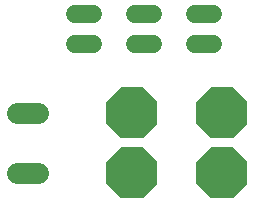
<source format=gbr>
G04 EAGLE Gerber RS-274X export*
G75*
%MOMM*%
%FSLAX34Y34*%
%LPD*%
%INBottom Copper*%
%IPPOS*%
%AMOC8*
5,1,8,0,0,1.08239X$1,22.5*%
G01*
%ADD10C,1.524000*%
%ADD11P,4.673760X8X292.500000*%
%ADD12C,1.790700*%


D10*
X86360Y189230D02*
X71120Y189230D01*
X71120Y214630D02*
X86360Y214630D01*
X172720Y189230D02*
X187960Y189230D01*
X187960Y214630D02*
X172720Y214630D01*
X137160Y189230D02*
X121920Y189230D01*
X121920Y214630D02*
X137160Y214630D01*
D11*
X195580Y130410D03*
X195580Y80410D03*
X119380Y130410D03*
X119380Y80410D03*
D12*
X39434Y130410D02*
X21527Y130410D01*
X21527Y80410D02*
X39434Y80410D01*
M02*

</source>
